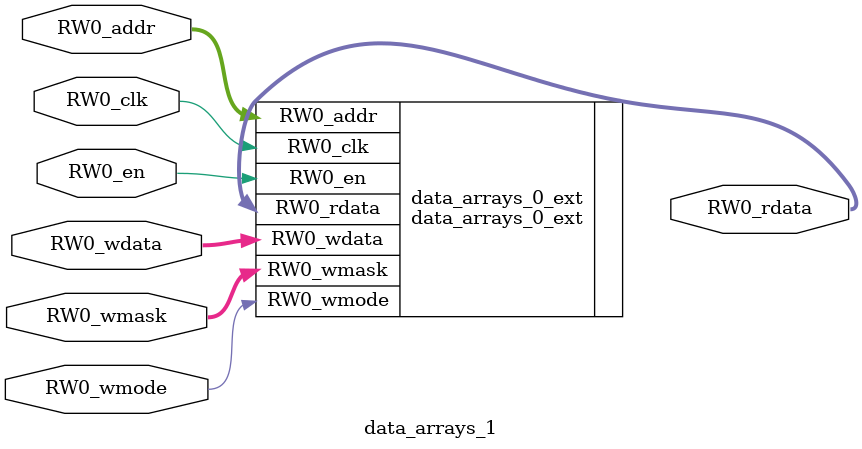
<source format=sv>
`ifndef RANDOMIZE
  `ifdef RANDOMIZE_REG_INIT
    `define RANDOMIZE
  `endif // RANDOMIZE_REG_INIT
`endif // not def RANDOMIZE
`ifndef RANDOMIZE
  `ifdef RANDOMIZE_MEM_INIT
    `define RANDOMIZE
  `endif // RANDOMIZE_MEM_INIT
`endif // not def RANDOMIZE

`ifndef RANDOM
  `define RANDOM $random
`endif // not def RANDOM

// Users can define 'PRINTF_COND' to add an extra gate to prints.
`ifndef PRINTF_COND_
  `ifdef PRINTF_COND
    `define PRINTF_COND_ (`PRINTF_COND)
  `else  // PRINTF_COND
    `define PRINTF_COND_ 1
  `endif // PRINTF_COND
`endif // not def PRINTF_COND_

// Users can define 'ASSERT_VERBOSE_COND' to add an extra gate to assert error printing.
`ifndef ASSERT_VERBOSE_COND_
  `ifdef ASSERT_VERBOSE_COND
    `define ASSERT_VERBOSE_COND_ (`ASSERT_VERBOSE_COND)
  `else  // ASSERT_VERBOSE_COND
    `define ASSERT_VERBOSE_COND_ 1
  `endif // ASSERT_VERBOSE_COND
`endif // not def ASSERT_VERBOSE_COND_

// Users can define 'STOP_COND' to add an extra gate to stop conditions.
`ifndef STOP_COND_
  `ifdef STOP_COND
    `define STOP_COND_ (`STOP_COND)
  `else  // STOP_COND
    `define STOP_COND_ 1
  `endif // STOP_COND
`endif // not def STOP_COND_

// Users can define INIT_RANDOM as general code that gets injected into the
// initializer block for modules with registers.
`ifndef INIT_RANDOM
  `define INIT_RANDOM
`endif // not def INIT_RANDOM

// If using random initialization, you can also define RANDOMIZE_DELAY to
// customize the delay used, otherwise 0.002 is used.
`ifndef RANDOMIZE_DELAY
  `define RANDOMIZE_DELAY 0.002
`endif // not def RANDOMIZE_DELAY

// Define INIT_RANDOM_PROLOG_ for use in our modules below.
`ifndef INIT_RANDOM_PROLOG_
  `ifdef RANDOMIZE
    `ifdef VERILATOR
      `define INIT_RANDOM_PROLOG_ `INIT_RANDOM
    `else  // VERILATOR
      `define INIT_RANDOM_PROLOG_ `INIT_RANDOM #`RANDOMIZE_DELAY begin end
    `endif // VERILATOR
  `else  // RANDOMIZE
    `define INIT_RANDOM_PROLOG_
  `endif // RANDOMIZE
`endif // not def INIT_RANDOM_PROLOG_

module data_arrays_1(	// @[DescribedSRAM.scala:17:26]
  input  [7:0]  RW0_addr,
  input         RW0_en,
                RW0_clk,
                RW0_wmode,
  input  [63:0] RW0_wdata,
  input  [7:0]  RW0_wmask,
  output [63:0] RW0_rdata
);

  data_arrays_0_ext data_arrays_0_ext (	// @[DescribedSRAM.scala:17:26]
    .RW0_addr  (RW0_addr),
    .RW0_en    (RW0_en),
    .RW0_clk   (RW0_clk),
    .RW0_wmode (RW0_wmode),
    .RW0_wdata (RW0_wdata),
    .RW0_wmask (RW0_wmask),
    .RW0_rdata (RW0_rdata)
  );
endmodule


</source>
